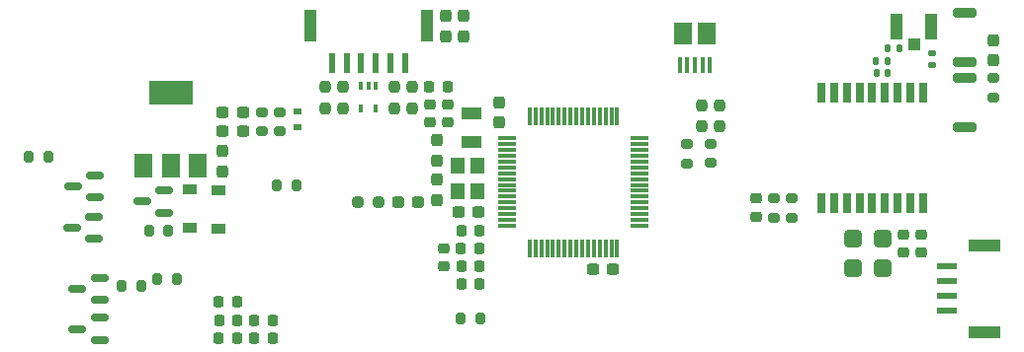
<source format=gbr>
%TF.GenerationSoftware,KiCad,Pcbnew,(6.0.2)*%
%TF.CreationDate,2022-11-13T17:15:13+11:00*%
%TF.ProjectId,Strelka_Flight_Computer,53747265-6c6b-4615-9f46-6c696768745f,rev?*%
%TF.SameCoordinates,Original*%
%TF.FileFunction,Paste,Top*%
%TF.FilePolarity,Positive*%
%FSLAX46Y46*%
G04 Gerber Fmt 4.6, Leading zero omitted, Abs format (unit mm)*
G04 Created by KiCad (PCBNEW (6.0.2)) date 2022-11-13 17:15:13*
%MOMM*%
%LPD*%
G01*
G04 APERTURE LIST*
G04 Aperture macros list*
%AMRoundRect*
0 Rectangle with rounded corners*
0 $1 Rounding radius*
0 $2 $3 $4 $5 $6 $7 $8 $9 X,Y pos of 4 corners*
0 Add a 4 corners polygon primitive as box body*
4,1,4,$2,$3,$4,$5,$6,$7,$8,$9,$2,$3,0*
0 Add four circle primitives for the rounded corners*
1,1,$1+$1,$2,$3*
1,1,$1+$1,$4,$5*
1,1,$1+$1,$6,$7*
1,1,$1+$1,$8,$9*
0 Add four rect primitives between the rounded corners*
20,1,$1+$1,$2,$3,$4,$5,0*
20,1,$1+$1,$4,$5,$6,$7,0*
20,1,$1+$1,$6,$7,$8,$9,0*
20,1,$1+$1,$8,$9,$2,$3,0*%
G04 Aperture macros list end*
%ADD10RoundRect,0.225000X0.250000X-0.225000X0.250000X0.225000X-0.250000X0.225000X-0.250000X-0.225000X0*%
%ADD11RoundRect,0.237500X-0.237500X0.250000X-0.237500X-0.250000X0.237500X-0.250000X0.237500X0.250000X0*%
%ADD12RoundRect,0.200000X-0.800000X0.200000X-0.800000X-0.200000X0.800000X-0.200000X0.800000X0.200000X0*%
%ADD13R,1.500000X2.000000*%
%ADD14R,3.800000X2.000000*%
%ADD15R,0.700000X1.800000*%
%ADD16R,0.800000X1.800000*%
%ADD17RoundRect,0.237500X-0.300000X-0.237500X0.300000X-0.237500X0.300000X0.237500X-0.300000X0.237500X0*%
%ADD18R,1.200000X0.900000*%
%ADD19RoundRect,0.237500X-0.237500X0.300000X-0.237500X-0.300000X0.237500X-0.300000X0.237500X0.300000X0*%
%ADD20RoundRect,0.237500X-0.250000X-0.237500X0.250000X-0.237500X0.250000X0.237500X-0.250000X0.237500X0*%
%ADD21RoundRect,0.140000X-0.140000X-0.170000X0.140000X-0.170000X0.140000X0.170000X-0.140000X0.170000X0*%
%ADD22RoundRect,0.225000X-0.225000X-0.250000X0.225000X-0.250000X0.225000X0.250000X-0.225000X0.250000X0*%
%ADD23RoundRect,0.200000X0.200000X0.275000X-0.200000X0.275000X-0.200000X-0.275000X0.200000X-0.275000X0*%
%ADD24RoundRect,0.218750X-0.218750X-0.256250X0.218750X-0.256250X0.218750X0.256250X-0.218750X0.256250X0*%
%ADD25R,1.700000X0.600000*%
%ADD26R,2.700000X1.000000*%
%ADD27RoundRect,0.225000X0.225000X0.250000X-0.225000X0.250000X-0.225000X-0.250000X0.225000X-0.250000X0*%
%ADD28RoundRect,0.237500X0.300000X0.237500X-0.300000X0.237500X-0.300000X-0.237500X0.300000X-0.237500X0*%
%ADD29RoundRect,0.237500X0.237500X-0.300000X0.237500X0.300000X-0.237500X0.300000X-0.237500X-0.300000X0*%
%ADD30R,1.000000X1.050000*%
%ADD31R,1.050000X2.200000*%
%ADD32RoundRect,0.200000X-0.275000X0.200000X-0.275000X-0.200000X0.275000X-0.200000X0.275000X0.200000X0*%
%ADD33RoundRect,0.200000X0.275000X-0.200000X0.275000X0.200000X-0.275000X0.200000X-0.275000X-0.200000X0*%
%ADD34RoundRect,0.150000X0.587500X0.150000X-0.587500X0.150000X-0.587500X-0.150000X0.587500X-0.150000X0*%
%ADD35RoundRect,0.381000X-0.381000X-0.381000X0.381000X-0.381000X0.381000X0.381000X-0.381000X0.381000X0*%
%ADD36RoundRect,0.075000X-0.700000X-0.075000X0.700000X-0.075000X0.700000X0.075000X-0.700000X0.075000X0*%
%ADD37RoundRect,0.075000X-0.075000X-0.700000X0.075000X-0.700000X0.075000X0.700000X-0.075000X0.700000X0*%
%ADD38R,0.400000X0.650000*%
%ADD39RoundRect,0.237500X-0.287500X-0.237500X0.287500X-0.237500X0.287500X0.237500X-0.287500X0.237500X0*%
%ADD40RoundRect,0.135000X0.135000X0.185000X-0.135000X0.185000X-0.135000X-0.185000X0.135000X-0.185000X0*%
%ADD41RoundRect,0.200000X-0.200000X-0.275000X0.200000X-0.275000X0.200000X0.275000X-0.200000X0.275000X0*%
%ADD42R,0.400000X1.350000*%
%ADD43R,1.500000X1.900000*%
%ADD44RoundRect,0.225000X-0.250000X0.225000X-0.250000X-0.225000X0.250000X-0.225000X0.250000X0.225000X0*%
%ADD45R,1.200000X1.400000*%
%ADD46R,0.700000X0.600000*%
%ADD47RoundRect,0.135000X-0.135000X-0.185000X0.135000X-0.185000X0.135000X0.185000X-0.135000X0.185000X0*%
%ADD48RoundRect,0.218750X-0.256250X0.218750X-0.256250X-0.218750X0.256250X-0.218750X0.256250X0.218750X0*%
%ADD49R,0.600000X1.700000*%
%ADD50R,1.000000X2.700000*%
%ADD51RoundRect,0.237500X0.237500X-0.250000X0.237500X0.250000X-0.237500X0.250000X-0.237500X-0.250000X0*%
%ADD52RoundRect,0.147500X0.172500X-0.147500X0.172500X0.147500X-0.172500X0.147500X-0.172500X-0.147500X0*%
%ADD53R,1.800000X1.000000*%
%ADD54RoundRect,0.200000X0.800000X-0.200000X0.800000X0.200000X-0.800000X0.200000X-0.800000X-0.200000X0*%
%ADD55RoundRect,0.218750X0.256250X-0.218750X0.256250X0.218750X-0.256250X0.218750X-0.256250X-0.218750X0*%
G04 APERTURE END LIST*
D10*
%TO.C,C4*%
X139300000Y-94025000D03*
X139300000Y-92475000D03*
%TD*%
D11*
%TO.C,R66*%
X135037500Y-78640000D03*
X135037500Y-80465000D03*
%TD*%
D12*
%TO.C,SW1*%
X183889600Y-77885200D03*
X183889600Y-82085200D03*
%TD*%
D13*
%TO.C,U3*%
X113590000Y-85410000D03*
D14*
X115890000Y-79110000D03*
D13*
X115890000Y-85410000D03*
X118190000Y-85410000D03*
%TD*%
D15*
%TO.C,IC2*%
X171600000Y-88610000D03*
D16*
X172700000Y-88610000D03*
X173800000Y-88610000D03*
X174900000Y-88610000D03*
X176000000Y-88610000D03*
X177100000Y-88610000D03*
X178200000Y-88610000D03*
X179300000Y-88610000D03*
D15*
X180400000Y-88610000D03*
X180400000Y-79110000D03*
D16*
X179300000Y-79110000D03*
X178200000Y-79110000D03*
X177100000Y-79110000D03*
X176000000Y-79110000D03*
X174900000Y-79110000D03*
X173800000Y-79110000D03*
X172700000Y-79110000D03*
D15*
X171600000Y-79110000D03*
%TD*%
D17*
%TO.C,C9*%
X120365000Y-82390000D03*
X122090000Y-82390000D03*
%TD*%
D18*
%TO.C,D4*%
X119960000Y-87470000D03*
X119960000Y-90770000D03*
%TD*%
D19*
%TO.C,C21*%
X138700000Y-86600000D03*
X138700000Y-88325000D03*
%TD*%
D20*
%TO.C,R13*%
X131917500Y-88490000D03*
X133742500Y-88490000D03*
%TD*%
D21*
%TO.C,C37*%
X176380000Y-77450000D03*
X177340000Y-77450000D03*
%TD*%
D18*
%TO.C,D2*%
X117580000Y-87460000D03*
X117580000Y-90760000D03*
%TD*%
D22*
%TO.C,C1*%
X140787500Y-94000000D03*
X142337500Y-94000000D03*
%TD*%
%TO.C,C52*%
X123075000Y-98650000D03*
X124625000Y-98650000D03*
%TD*%
D23*
%TO.C,R50*%
X116395000Y-95097600D03*
X114745000Y-95097600D03*
%TD*%
D24*
%TO.C,FB1*%
X140775000Y-92500000D03*
X142350000Y-92500000D03*
%TD*%
D11*
%TO.C,R68*%
X129107500Y-78640000D03*
X129107500Y-80465000D03*
%TD*%
D17*
%TO.C,C8*%
X120365000Y-80860000D03*
X122090000Y-80860000D03*
%TD*%
D25*
%TO.C,J2*%
X182408400Y-97810800D03*
X182408400Y-96560800D03*
X182408400Y-95310800D03*
X182408400Y-94060800D03*
D26*
X185608400Y-99660800D03*
X185608400Y-92210800D03*
%TD*%
D27*
%TO.C,C27*%
X139612500Y-78622500D03*
X138062500Y-78622500D03*
%TD*%
D28*
%TO.C,C14*%
X153775000Y-94300000D03*
X152050000Y-94300000D03*
%TD*%
D22*
%TO.C,C54*%
X123075000Y-100200000D03*
X124625000Y-100200000D03*
%TD*%
D29*
%TO.C,C19*%
X144050000Y-81662500D03*
X144050000Y-79937500D03*
%TD*%
D30*
%TO.C,AE2*%
X179560000Y-75000000D03*
D31*
X181035000Y-73475000D03*
X178085000Y-73475000D03*
%TD*%
D32*
%TO.C,R59*%
X125250000Y-80815000D03*
X125250000Y-82465000D03*
%TD*%
D19*
%TO.C,C20*%
X138702500Y-83232046D03*
X138702500Y-84957046D03*
%TD*%
D33*
%TO.C,R57*%
X167615000Y-89855000D03*
X167615000Y-88205000D03*
%TD*%
D27*
%TO.C,C50*%
X121575000Y-97100000D03*
X120025000Y-97100000D03*
%TD*%
D34*
%TO.C,Q2*%
X115347500Y-89430000D03*
X115347500Y-87530000D03*
X113472500Y-88480000D03*
%TD*%
D35*
%TO.C,JP2*%
X174370000Y-91650000D03*
X176910000Y-94190000D03*
X174370000Y-94190000D03*
X176910000Y-91650000D03*
%TD*%
D36*
%TO.C,U5*%
X144725000Y-83050000D03*
X144725000Y-83550000D03*
X144725000Y-84050000D03*
X144725000Y-84550000D03*
X144725000Y-85050000D03*
X144725000Y-85550000D03*
X144725000Y-86050000D03*
X144725000Y-86550000D03*
X144725000Y-87050000D03*
X144725000Y-87550000D03*
X144725000Y-88050000D03*
X144725000Y-88550000D03*
X144725000Y-89050000D03*
X144725000Y-89550000D03*
X144725000Y-90050000D03*
X144725000Y-90550000D03*
D37*
X146650000Y-92475000D03*
X147150000Y-92475000D03*
X147650000Y-92475000D03*
X148150000Y-92475000D03*
X148650000Y-92475000D03*
X149150000Y-92475000D03*
X149650000Y-92475000D03*
X150150000Y-92475000D03*
X150650000Y-92475000D03*
X151150000Y-92475000D03*
X151650000Y-92475000D03*
X152150000Y-92475000D03*
X152650000Y-92475000D03*
X153150000Y-92475000D03*
X153650000Y-92475000D03*
X154150000Y-92475000D03*
D36*
X156075000Y-90550000D03*
X156075000Y-90050000D03*
X156075000Y-89550000D03*
X156075000Y-89050000D03*
X156075000Y-88550000D03*
X156075000Y-88050000D03*
X156075000Y-87550000D03*
X156075000Y-87050000D03*
X156075000Y-86550000D03*
X156075000Y-86050000D03*
X156075000Y-85550000D03*
X156075000Y-85050000D03*
X156075000Y-84550000D03*
X156075000Y-84050000D03*
X156075000Y-83550000D03*
X156075000Y-83050000D03*
D37*
X154150000Y-81125000D03*
X153650000Y-81125000D03*
X153150000Y-81125000D03*
X152650000Y-81125000D03*
X152150000Y-81125000D03*
X151650000Y-81125000D03*
X151150000Y-81125000D03*
X150650000Y-81125000D03*
X150150000Y-81125000D03*
X149650000Y-81125000D03*
X149150000Y-81125000D03*
X148650000Y-81125000D03*
X148150000Y-81125000D03*
X147650000Y-81125000D03*
X147150000Y-81125000D03*
X146650000Y-81125000D03*
%TD*%
D38*
%TO.C,D6*%
X133487500Y-78552500D03*
X132837500Y-78552500D03*
X132187500Y-78552500D03*
X132187500Y-80452500D03*
X133487500Y-80452500D03*
%TD*%
D27*
%TO.C,C49*%
X121575000Y-100200000D03*
X120025000Y-100200000D03*
%TD*%
D11*
%TO.C,R65*%
X136577500Y-78640000D03*
X136577500Y-80465000D03*
%TD*%
D29*
%TO.C,C11*%
X140970000Y-74268500D03*
X140970000Y-72543500D03*
%TD*%
D27*
%TO.C,C3*%
X142337500Y-95550000D03*
X140787500Y-95550000D03*
%TD*%
%TO.C,C53*%
X121600000Y-98650000D03*
X120050000Y-98650000D03*
%TD*%
D39*
%TO.C,D3*%
X135385000Y-88490000D03*
X137135000Y-88490000D03*
%TD*%
D33*
%TO.C,R58*%
X169140000Y-89855000D03*
X169140000Y-88205000D03*
%TD*%
D29*
%TO.C,C7*%
X120310000Y-85862500D03*
X120310000Y-84137500D03*
%TD*%
D40*
%TO.C,FB3*%
X178370000Y-75290000D03*
X177350000Y-75290000D03*
%TD*%
D41*
%TO.C,R20*%
X125004000Y-87092000D03*
X126654000Y-87092000D03*
%TD*%
D42*
%TO.C,J6*%
X162102400Y-76769300D03*
X161452400Y-76769300D03*
X160802400Y-76769300D03*
X160152400Y-76769300D03*
X159502400Y-76769300D03*
D43*
X159802400Y-74069300D03*
X161802400Y-74069300D03*
%TD*%
D44*
%TO.C,C26*%
X139637500Y-80117500D03*
X139637500Y-81667500D03*
%TD*%
D34*
%TO.C,Q10*%
X109801900Y-100365600D03*
X109801900Y-98465600D03*
X107926900Y-99415600D03*
%TD*%
D45*
%TO.C,Y2*%
X140500000Y-85400000D03*
X140500000Y-87600000D03*
X142200000Y-87600000D03*
X142200000Y-85400000D03*
%TD*%
D28*
%TO.C,C22*%
X142262500Y-89400000D03*
X140537500Y-89400000D03*
%TD*%
D29*
%TO.C,C12*%
X186399600Y-76360200D03*
X186399600Y-74635200D03*
%TD*%
D41*
%TO.C,R51*%
X111697000Y-95758000D03*
X113347000Y-95758000D03*
%TD*%
D11*
%TO.C,R25*%
X162950000Y-80187500D03*
X162950000Y-82012500D03*
%TD*%
D44*
%TO.C,C40*%
X178660000Y-91305000D03*
X178660000Y-92855000D03*
%TD*%
D46*
%TO.C,D13*%
X126760000Y-80700000D03*
X126760000Y-82100000D03*
%TD*%
D47*
%TO.C,R55*%
X176330000Y-76390000D03*
X177350000Y-76390000D03*
%TD*%
D32*
%TO.C,R12*%
X160150000Y-83550000D03*
X160150000Y-85200000D03*
%TD*%
D34*
%TO.C,Q5*%
X109344700Y-91678800D03*
X109344700Y-89778800D03*
X107469700Y-90728800D03*
%TD*%
D33*
%TO.C,R60*%
X123710000Y-82455000D03*
X123710000Y-80805000D03*
%TD*%
D48*
%TO.C,FB2*%
X138097500Y-80105000D03*
X138097500Y-81680000D03*
%TD*%
D49*
%TO.C,J4*%
X135972500Y-76597500D03*
X134722500Y-76597500D03*
X133472500Y-76597500D03*
X132222500Y-76597500D03*
X130972500Y-76597500D03*
X129722500Y-76597500D03*
D50*
X137822500Y-73397500D03*
X127872500Y-73397500D03*
%TD*%
D33*
%TO.C,R10*%
X186359800Y-79526400D03*
X186359800Y-77876400D03*
%TD*%
D51*
%TO.C,R24*%
X161400000Y-82012500D03*
X161400000Y-80187500D03*
%TD*%
D11*
%TO.C,R67*%
X130637500Y-78640000D03*
X130637500Y-80465000D03*
%TD*%
D52*
%TO.C,D10*%
X181110000Y-76750000D03*
X181110000Y-75780000D03*
%TD*%
D23*
%TO.C,R29*%
X105422200Y-84632800D03*
X103772200Y-84632800D03*
%TD*%
D27*
%TO.C,C2*%
X142337500Y-90950000D03*
X140787500Y-90950000D03*
%TD*%
D34*
%TO.C,Q9*%
X109801900Y-96911200D03*
X109801900Y-95011200D03*
X107926900Y-95961200D03*
%TD*%
D41*
%TO.C,R33*%
X140750000Y-98525000D03*
X142400000Y-98525000D03*
%TD*%
D29*
%TO.C,C10*%
X139446000Y-74268500D03*
X139446000Y-72543500D03*
%TD*%
D34*
%TO.C,Q4*%
X109393200Y-88122800D03*
X109393200Y-86222800D03*
X107518200Y-87172800D03*
%TD*%
D53*
%TO.C,Y1*%
X141650000Y-80900000D03*
X141650000Y-83400000D03*
%TD*%
D44*
%TO.C,C39*%
X180210000Y-91305000D03*
X180210000Y-92855000D03*
%TD*%
D32*
%TO.C,R11*%
X162125000Y-83525000D03*
X162125000Y-85175000D03*
%TD*%
D54*
%TO.C,SW2*%
X183889600Y-76485200D03*
X183889600Y-72285200D03*
%TD*%
D55*
%TO.C,D12*%
X166090000Y-89797500D03*
X166090000Y-88222500D03*
%TD*%
D41*
%TO.C,R8*%
X114025000Y-90990000D03*
X115675000Y-90990000D03*
%TD*%
M02*

</source>
